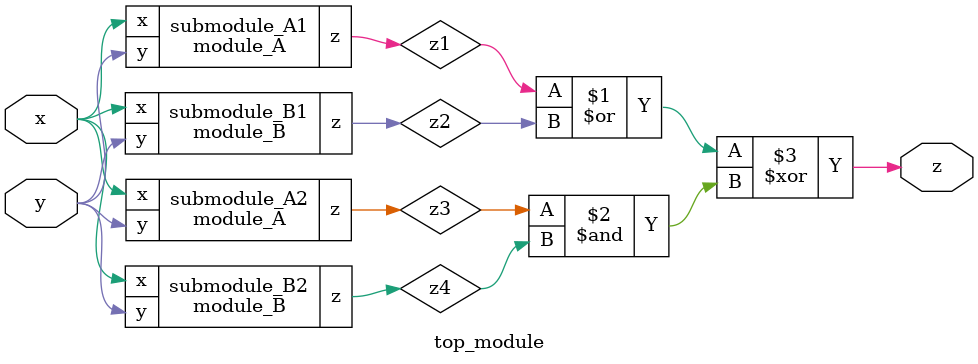
<source format=sv>
module module_A(
    input x,
    input y,
    output z
);

assign z = (x ^ y) & x;

endmodule
module module_B(
    input x,
    input y,
    output z
);

reg z;

always @(*) begin
    case ({x, y})
        2'b00: z = 1;
        2'b01: z = 0;
        2'b10: z = 0;
        2'b11: z = 1;
    endcase
end

endmodule
module top_module(
    input x,
    input y,
    output z
);

wire z1, z2, z3, z4;

module_A submodule_A1(
    .x(x),
    .y(y),
    .z(z1)
);

module_B submodule_B1(
    .x(x),
    .y(y),
    .z(z2)
);

module_A submodule_A2(
    .x(x),
    .y(y),
    .z(z3)
);

module_B submodule_B2(
    .x(x),
    .y(y),
    .z(z4)
);

assign z = (z1 | z2) ^ (z3 & z4);

endmodule

</source>
